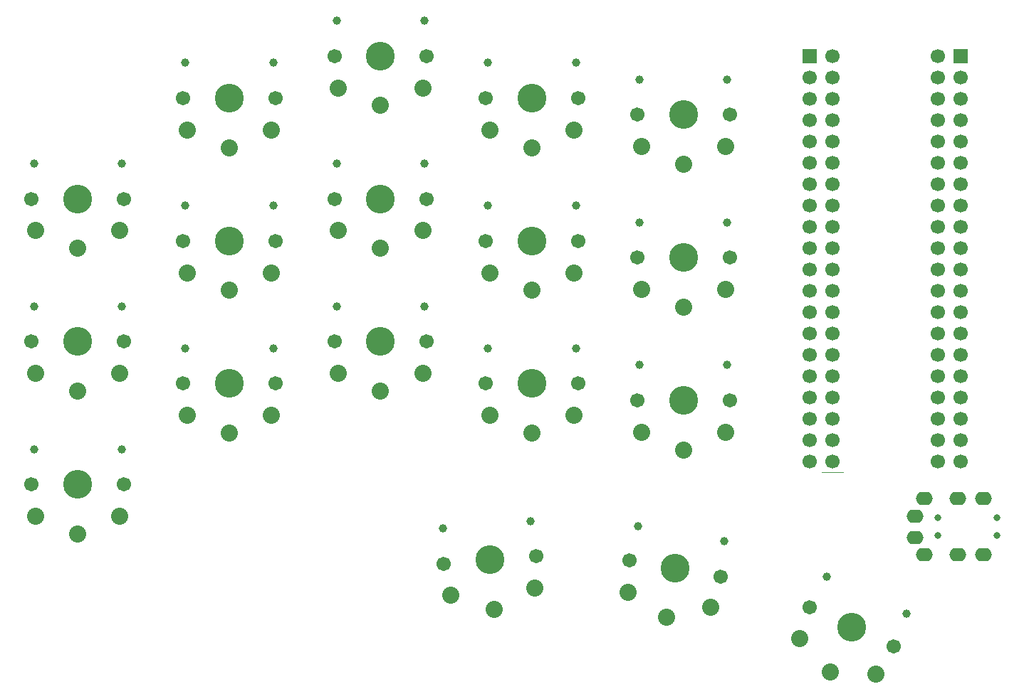
<source format=gts>
%TF.GenerationSoftware,KiCad,Pcbnew,(6.0.2)*%
%TF.CreationDate,2022-04-17T17:36:38-03:00*%
%TF.ProjectId,keyboard_pcb,6b657962-6f61-4726-945f-7063622e6b69,rev1.0*%
%TF.SameCoordinates,Original*%
%TF.FileFunction,Soldermask,Top*%
%TF.FilePolarity,Negative*%
%FSLAX46Y46*%
G04 Gerber Fmt 4.6, Leading zero omitted, Abs format (unit mm)*
G04 Created by KiCad (PCBNEW (6.0.2)) date 2022-04-17 17:36:38*
%MOMM*%
%LPD*%
G01*
G04 APERTURE LIST*
%ADD10C,0.120000*%
%ADD11C,1.701800*%
%ADD12C,3.429000*%
%ADD13C,0.990600*%
%ADD14C,2.032000*%
%ADD15C,0.800000*%
%ADD16O,2.000000X1.600000*%
%ADD17R,1.700000X1.700000*%
%ADD18C,1.700000*%
G04 APERTURE END LIST*
D10*
%TO.C,U1*%
X180425000Y-102530000D02*
X182965000Y-102530000D01*
%TD*%
D11*
%TO.C,K25*%
X158500000Y-94000000D03*
D12*
X164000000Y-94000000D03*
D13*
X169220000Y-89800000D03*
D11*
X169500000Y-94000000D03*
D13*
X158780000Y-89800000D03*
D14*
X164000000Y-99900000D03*
X169000000Y-97800000D03*
X159000000Y-97800000D03*
%TD*%
D13*
%TO.C,K24*%
X140780000Y-87800000D03*
X151220000Y-87800000D03*
D11*
X151500000Y-92000000D03*
X140500000Y-92000000D03*
D12*
X146000000Y-92000000D03*
D14*
X146000000Y-97900000D03*
X151000000Y-95800000D03*
X141000000Y-95800000D03*
%TD*%
D12*
%TO.C,K21*%
X92000000Y-104000000D03*
D13*
X86780000Y-99800000D03*
X97220000Y-99800000D03*
D11*
X86500000Y-104000000D03*
X97500000Y-104000000D03*
D14*
X92000000Y-109900000D03*
X87000000Y-107800000D03*
X97000000Y-107800000D03*
%TD*%
D11*
%TO.C,K02*%
X115500000Y-58000000D03*
X104500000Y-58000000D03*
D13*
X115220000Y-53800000D03*
X104780000Y-53800000D03*
D12*
X110000000Y-58000000D03*
D14*
X110000000Y-63900000D03*
X115000000Y-61800000D03*
X105000000Y-61800000D03*
%TD*%
D12*
%TO.C,K04*%
X146000000Y-58000000D03*
D11*
X140500000Y-58000000D03*
D13*
X140780000Y-53800000D03*
X151220000Y-53800000D03*
D11*
X151500000Y-58000000D03*
D14*
X146000000Y-63900000D03*
X141000000Y-61800000D03*
X151000000Y-61800000D03*
%TD*%
D11*
%TO.C,K12*%
X115500000Y-75000000D03*
D13*
X104780000Y-70800000D03*
D12*
X110000000Y-75000000D03*
D13*
X115220000Y-70800000D03*
D11*
X104500000Y-75000000D03*
D14*
X110000000Y-80900000D03*
X105000000Y-78800000D03*
X115000000Y-78800000D03*
%TD*%
D11*
%TO.C,K30*%
X146479071Y-112520643D03*
D13*
X135433810Y-109270935D03*
D11*
X135520929Y-113479357D03*
D12*
X141000000Y-113000000D03*
D13*
X145834082Y-108361029D03*
D14*
X141514219Y-118877549D03*
X146312165Y-116349761D03*
X136350218Y-117221319D03*
%TD*%
D13*
%TO.C,K01*%
X86780000Y-65800000D03*
D11*
X86500000Y-70000000D03*
X97500000Y-70000000D03*
D12*
X92000000Y-70000000D03*
D13*
X97220000Y-65800000D03*
D14*
X92000000Y-75900000D03*
X87000000Y-73800000D03*
X97000000Y-73800000D03*
%TD*%
D12*
%TO.C,K14*%
X146000000Y-75000000D03*
D13*
X140780000Y-70800000D03*
D11*
X140500000Y-75000000D03*
X151500000Y-75000000D03*
D13*
X151220000Y-70800000D03*
D14*
X146000000Y-80900000D03*
X141000000Y-78800000D03*
X151000000Y-78800000D03*
%TD*%
D11*
%TO.C,K23*%
X122500000Y-87000000D03*
D13*
X122780000Y-82800000D03*
D12*
X128000000Y-87000000D03*
D11*
X133500000Y-87000000D03*
D13*
X133220000Y-82800000D03*
D14*
X128000000Y-92900000D03*
X133000000Y-90800000D03*
X123000000Y-90800000D03*
%TD*%
D12*
%TO.C,K03*%
X128000000Y-53000000D03*
D11*
X133500000Y-53000000D03*
X122500000Y-53000000D03*
D13*
X133220000Y-48800000D03*
X122780000Y-48800000D03*
D14*
X128000000Y-58900000D03*
X133000000Y-56800000D03*
X123000000Y-56800000D03*
%TD*%
D11*
%TO.C,K22*%
X115500000Y-92000000D03*
D13*
X115220000Y-87800000D03*
D11*
X104500000Y-92000000D03*
D12*
X110000000Y-92000000D03*
D13*
X104780000Y-87800000D03*
D14*
X110000000Y-97900000D03*
X105000000Y-95800000D03*
X115000000Y-95800000D03*
%TD*%
D15*
%TO.C,J1*%
X201250000Y-110100000D03*
X194250000Y-108000000D03*
X194250000Y-110100000D03*
X201250000Y-108000000D03*
D16*
X191550000Y-107800000D03*
X191550000Y-110300000D03*
X192650000Y-112400000D03*
X192650000Y-105700000D03*
X199650000Y-112400000D03*
X196650000Y-105700000D03*
X196650000Y-112400000D03*
X199650000Y-105700000D03*
%TD*%
D12*
%TO.C,K15*%
X164000000Y-77000000D03*
D13*
X158780000Y-72800000D03*
D11*
X158500000Y-77000000D03*
D13*
X169220000Y-72800000D03*
D11*
X169500000Y-77000000D03*
D14*
X164000000Y-82900000D03*
X159000000Y-80800000D03*
X169000000Y-80800000D03*
%TD*%
D13*
%TO.C,K32*%
X190505923Y-119399575D03*
D11*
X188984693Y-123324400D03*
D13*
X181044070Y-114987440D03*
D11*
X179015307Y-118675600D03*
D12*
X184000000Y-121000000D03*
D14*
X181506552Y-126347216D03*
X186925590Y-126557061D03*
X177862512Y-122330878D03*
%TD*%
D11*
%TO.C,K11*%
X97500000Y-87000000D03*
D12*
X92000000Y-87000000D03*
D13*
X86780000Y-82800000D03*
X97220000Y-82800000D03*
D11*
X86500000Y-87000000D03*
D14*
X92000000Y-92900000D03*
X97000000Y-90800000D03*
X87000000Y-90800000D03*
%TD*%
D17*
%TO.C,U1*%
X179035000Y-53020000D03*
X196935000Y-53000000D03*
D18*
X196935000Y-55540000D03*
X179035000Y-55560000D03*
X179035000Y-58100000D03*
X196935000Y-58080000D03*
X196935000Y-60620000D03*
X179035000Y-60640000D03*
X179035000Y-63180000D03*
X196935000Y-63160000D03*
X196935000Y-65700000D03*
X179035000Y-65720000D03*
X196935000Y-68240000D03*
X179035000Y-68260000D03*
X196935000Y-70780000D03*
X179035000Y-70800000D03*
X179035000Y-73340000D03*
X196935000Y-73320000D03*
X196935000Y-75860000D03*
X179035000Y-75880000D03*
X179035000Y-78420000D03*
X196935000Y-78400000D03*
X179035000Y-80960000D03*
X196935000Y-80940000D03*
X196935000Y-83480000D03*
X179035000Y-83500000D03*
X179035000Y-86040000D03*
X196935000Y-86020000D03*
X179035000Y-88580000D03*
X196935000Y-88560000D03*
X196935000Y-91100000D03*
X179035000Y-91120000D03*
X196935000Y-93640000D03*
X179035000Y-93660000D03*
X179035000Y-96200000D03*
X196935000Y-96180000D03*
X196935000Y-98720000D03*
X179035000Y-98740000D03*
X196935000Y-101260000D03*
X179035000Y-101280000D03*
X194275000Y-101280000D03*
X181695000Y-101260000D03*
X181695000Y-98720000D03*
X194275000Y-98740000D03*
X181695000Y-96180000D03*
X194275000Y-96200000D03*
X194275000Y-93660000D03*
X181695000Y-93640000D03*
X194275000Y-91120000D03*
X181695000Y-91100000D03*
X194275000Y-88580000D03*
X181695000Y-88560000D03*
X194275000Y-86040000D03*
X181695000Y-86020000D03*
X194275000Y-83500000D03*
X181695000Y-83480000D03*
X181695000Y-80940000D03*
X194275000Y-80960000D03*
X181695000Y-78400000D03*
X194275000Y-78420000D03*
X194275000Y-75880000D03*
X181695000Y-75860000D03*
X181695000Y-73320000D03*
X194275000Y-73340000D03*
X181695000Y-70780000D03*
X194275000Y-70800000D03*
X194275000Y-68260000D03*
X181695000Y-68240000D03*
X194275000Y-65720000D03*
X181695000Y-65700000D03*
X181695000Y-63160000D03*
X194275000Y-63180000D03*
X194275000Y-60640000D03*
X181695000Y-60620000D03*
X181695000Y-58080000D03*
X194275000Y-58100000D03*
X181695000Y-55540000D03*
X194275000Y-55560000D03*
X181695000Y-53000000D03*
X194275000Y-53020000D03*
%TD*%
D11*
%TO.C,K05*%
X169500000Y-60000000D03*
D13*
X169220000Y-55800000D03*
X158780000Y-55800000D03*
D12*
X164000000Y-60000000D03*
D11*
X158500000Y-60000000D03*
D14*
X164000000Y-65900000D03*
X169000000Y-63800000D03*
X159000000Y-63800000D03*
%TD*%
D13*
%TO.C,K13*%
X122780000Y-65800000D03*
D12*
X128000000Y-70000000D03*
D11*
X122500000Y-70000000D03*
D13*
X133220000Y-65800000D03*
D11*
X133500000Y-70000000D03*
D14*
X128000000Y-75900000D03*
X123000000Y-73800000D03*
X133000000Y-73800000D03*
%TD*%
D12*
%TO.C,K31*%
X163000000Y-114000000D03*
D13*
X158588626Y-108957364D03*
D11*
X168416443Y-114955065D03*
X157583557Y-113044935D03*
D13*
X168870019Y-110770251D03*
D14*
X161975476Y-119810366D03*
X167264176Y-118610510D03*
X157416098Y-116874029D03*
%TD*%
M02*

</source>
